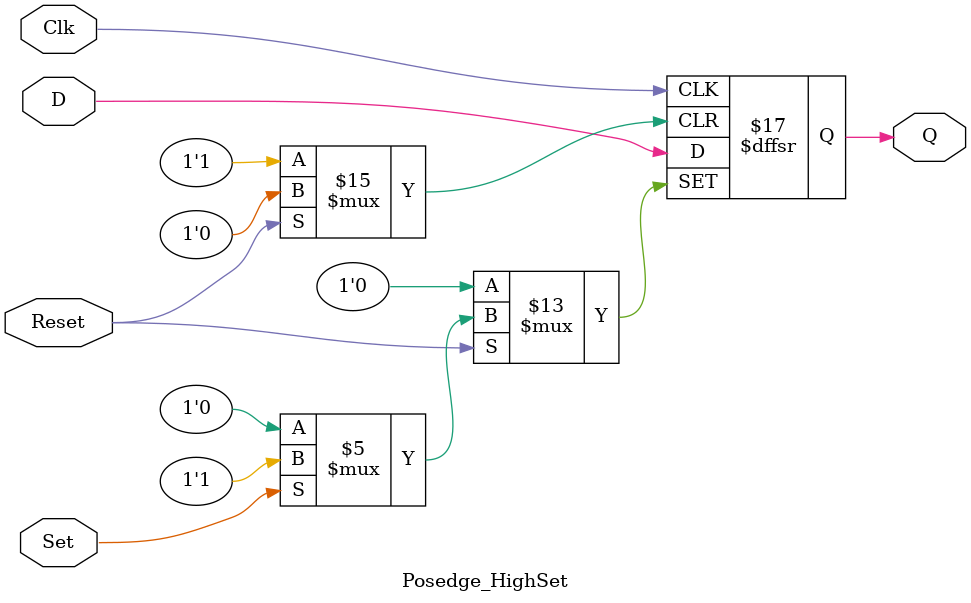
<source format=v>
`timescale 1ns / 1ps

module Posedge_HighSet(
    input D,
    input Clk,
    input Reset,
    input Set,
    output reg Q
    );
    
    always @ (posedge Clk, negedge Reset, posedge Set)
        if (!Reset)
            Q <= 1'b0;
        else if (Set)
            Q <= 1'b1;
        else
            Q <= D;         
    
endmodule

</source>
